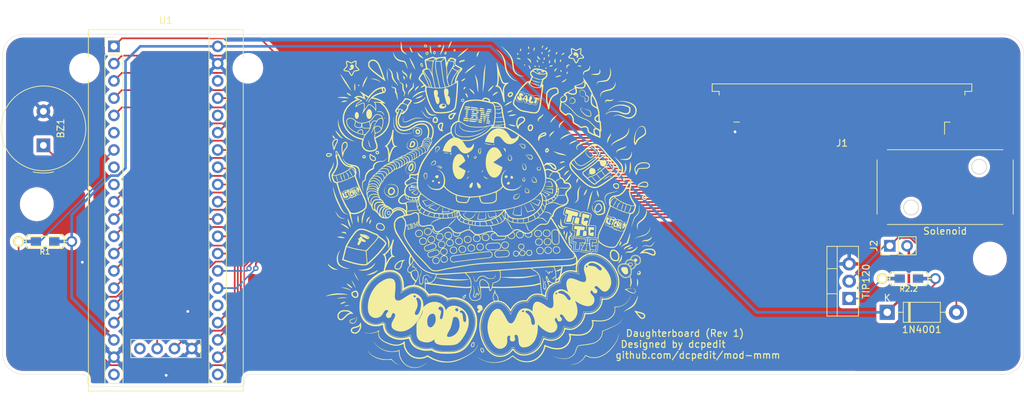
<source format=kicad_pcb>
(kicad_pcb (version 20211014) (generator pcbnew)
  (title_block (title "Model H") (date "2020-04-26") (rev "v0.1"))
  (layers (0 "F.Cu" signal) (31 "B.Cu" signal) (34 "B.Paste" user) (35 "F.Paste" user) (36 "B.SilkS" user "B.Silkscreen") (37 "F.SilkS" user "F.Silkscreen") (38 "B.Mask" user) (39 "F.Mask" user) (44 "Edge.Cuts" user))
  (net 0 "")
  (net 1 "GND")
  (net 2 "+5V")
  (net 3 "Net-(J2-Pad1)")
  (net 4 "BUZ")
  (net 5 "SCRL_LED")
  (net 6 "NUM_LED")
  (net 7 "COL9")
  (net 8 "COL8")
  (net 9 "RE3")
  (net 10 "COL7")
  (net 11 "RE2")
  (net 12 "RE1")
  (net 13 "COL6")
  (net 14 "COL5")
  (net 15 "ROW11")
  (net 16 "ROW10")
  (net 17 "ROW9")
  (net 18 "ROW8")
  (net 19 "ROW7")
  (net 20 "ROW5")
  (net 21 "ROW4")
  (net 22 "ROW3")
  (net 23 "ROW2")
  (net 24 "ROW1")
  (net 25 "COL4")
  (net 26 "COL3")
  (net 27 "ROW6")
  (net 28 "ROW0")
  (net 29 "COL2")
  (net 30 "COL1")
  (net 31 "COL0")
  (net 32 "CAPS_LED")
  (net 33 "SOL")
  (net 34 "Net-(TIP120-Pad1)")
  (net 43 "/3V3")
  (footprint "MountingHole:MountingHole_3.5mm" (layer "F.Cu") (at 76.77 51.99)
    (fp_text reference "REF**" hide)
    (fp_text value "MountingHole_3.5mm" hide)
    (pad "" np_thru_hole circle locked (at 0 0) (size 3.5 3.5) (drill 3.5) (layers *.Cu *.Mask))
  )
  (footprint "MountingHole:MountingHole_3.5mm" (layer "F.Cu") (at 100.77 51.99)
    (fp_text reference "REF**" hide)
    (fp_text value "MountingHole_3.5mm" hide)
    (pad "" np_thru_hole circle locked (at 0 0) (size 3.5 3.5) (drill 3.5) (layers *.Cu *.Mask))
  )
  (footprint "MountingHole:MountingHole_4mm" (layer "F.Cu") (at 69.77 71.99)
    (fp_text reference "REF**" hide)
    (fp_text value "MountingHole_4mm" hide)
    (pad "" np_thru_hole circle locked (at 0 0) (size 4 4) (drill 4) (layers *.Cu *.Mask))
  )
  (footprint "MountingHole:MountingHole_4mm" (layer "F.Cu") (at 209.77 79.99)
    (fp_text reference "REF**" hide)
    (fp_text value "MountingHole_4mm" hide)
    (pad "" np_thru_hole circle locked (at 0 0) (size 4 4) (drill 4) (layers *.Cu *.Mask))
  )
  (footprint "Connector_USB:USB_B_OST_USB-B1HSxx_Horizontal" (layer "F.Cu") (at 87.47 57.49 90)
    (fp_text reference "J1")
    (fp_text value "Conn_01x30")
  )
  (footprint "daughterboard:logo48" (layer "F.Cu") (at 136.398 72.009)
    (fp_text reference "G***" hide)
    (fp_text value "LOGO" hide)
  )
  (footprint "Diode_THT:D_DO-41_SOD81_P10.16mm_Horizontal" (layer "F.Cu") (at 194.691 87.884)
    (fp_text reference "1N4001" (at 5.08 2.54) (layer "F.SilkS"))
    (fp_text value "1N4001")
    (fp_text user "K" (at 0 -2.1) (layer "F.SilkS"))
    (pad "1" thru_hole rect (at 0 0) (size 2.2 2.2) (drill 1.1) (layers *.Cu *.Mask) (net 2 "+5V"))
    (pad "2" thru_hole oval (at 10.16 0) (size 2.2 2.2) (drill 1.1) (layers *.Cu *.Mask) (net 3 "Net-(J2-Pad1)"))
  )
  (footprint "Buzzer_Beeper:Buzzer_TDK_PS1240P02BT_D12.2mm_H6.5mm" (layer "F.Cu") (at 70.739 63.330785 90)
    (fp_text reference "BZ1" (at 2.5 2.54 90) (layer "F.SilkS"))
    (fp_text value "Buzzer")
    (pad "1" thru_hole rect (at 0 0 90) (size 2 2) (drill 1) (layers *.Cu *.Mask) (net 4 "BUZ"))
    (pad "2" thru_hole circle (at 5 0 90) (size 2 2) (drill 1) (layers *.Cu *.Mask) (net 1 "GND"))
  )
  (footprint "Package_TO_SOT_THT:TO-220-3_Vertical" (layer "F.Cu") (at 189.103 85.852 90)
    (fp_text reference "TIP120" (at 2.54 2.484 90) (layer "F.SilkS"))
    (fp_text value "TIP120")
    (pad "1" thru_hole rect (at 0 0 90) (size 1.905 2) (drill 1.1) (layers *.Cu *.Mask) (net 34 "Net-(TIP120-Pad1)"))
    (pad "2" thru_hole oval (at 2.54 0 90) (size 1.905 2) (drill 1.1) (layers *.Cu *.Mask) (net 3 "Net-(J2-Pad1)"))
    (pad "3" thru_hole oval (at 5.08 0 90) (size 1.905 2) (drill 1.1) (layers *.Cu *.Mask) (net 1 "GND"))
  )
  (footprint "Connector_FFC-FPC:TE_3-84952-0_1x30-1MP_P1.0mm_Horizontal" (layer "F.Cu") (at 188.05 59 180)
    (fp_text reference "J1" (at 0 -4) (layer "F.SilkS"))
    (fp_text value "Conn_01x30")
    (pad "1" smd rect (at -14.5 -1.8 180) (size 0.61 2) (layers "F.Cu" "F.Paste" "F.Mask") (net 1 "GND"))
    (pad "2" smd rect (at -13.5 -1.8 180) (size 0.61 2) (layers "F.Cu" "F.Paste" "F.Mask") (net 5 "SCRL_LED"))
    (pad "3" smd rect (at -12.5 -1.8 180) (size 0.61 2) (layers "F.Cu" "F.Paste" "F.Mask") (net 6 "NUM_LED"))
    (pad "4" smd rect (at -11.5 -1.8 180) (size 0.61 2) (layers "F.Cu" "F.Paste" "F.Mask") (net 7 "COL9"))
    (pad "5" smd rect (at -10.5 -1.8 180) (size 0.61 2) (layers "F.Cu" "F.Paste" "F.Mask") (net 8 "COL8"))
    (pad "6" smd rect (at -9.5 -1.8 180) (size 0.61 2) (layers "F.Cu" "F.Paste" "F.Mask") (net 9 "RE3"))
    (pad "7" smd rect (at -8.5 -1.8 180) (size 0.61 2) (layers "F.Cu" "F.Paste" "F.Mask") (net 10 "COL7"))
    (pad "8" smd rect (at -7.5 -1.8 180) (size 0.61 2) (layers "F.Cu" "F.Paste" "F.Mask") (net 11 "RE2"))
    (pad "9" smd rect (at -6.5 -1.8 180) (size 0.61 2) (layers "F.Cu" "F.Paste" "F.Mask") (net 12 "RE1"))
    (pad "10" smd rect (at -5.5 -1.8 180) (size 0.61 2) (layers "F.Cu" "F.Paste" "F.Mask") (net 13 "COL6"))
    (pad "11" smd rect (at -4.5 -1.8 180) (size 0.61 2) (layers "F.Cu" "F.Paste" "F.Mask") (net 14 "COL5"))
    (pad "12" smd rect (at -3.5 -1.8 180) (size 0.61 2) (layers "F.Cu" "F.Paste" "F.Mask") (net 15 "ROW11"))
    (pad "13" smd rect (at -2.5 -1.8 180) (size 0.61 2) (layers "F.Cu" "F.Paste" "F.Mask") (net 16 "ROW10"))
    (pad "14" smd rect (at -1.5 -1.8 180) (size 0.61 2) (layers "F.Cu" "F.Paste" "F.Mask") (net 17 "ROW9"))
    (pad "15" smd rect (at -0.5 -1.8 180) (size 0.61 2) (layers "F.Cu" "F.Paste" "F.Mask") (net 18 "ROW8"))
    (pad "16" smd rect (at 0.5 -1.8 180) (size 0.61 2) (layers "F.Cu" "F.Paste" "F.Mask") (net 19 "ROW7"))
    (pad "17" smd rect (at 1.5 -1.8 180) (size 0.61 2) (layers "F.Cu" "F.Paste" "F.Mask") (net 20 "ROW5"))
    (pad "18" smd rect (at 2.5 -1.8 180) (size 0.61 2) (layers "F.Cu" "F.Paste" "F.Mask") (net 21 "ROW4"))
    (pad "19" smd rect (at 3.5 -1.8 180) (size 0.61 2) (layers "F.Cu" "F.Paste" "F.Mask") (net 22 "ROW3"))
    (pad "20" smd rect (at 4.5 -1.8 180) (size 0.61 2) (layers "F.Cu" "F.Paste" "F.Mask") (net 23 "ROW2"))
    (pad "21" smd rect (at 5.5 -1.8 180) (size 0.61 2) (layers "F.Cu" "F.Paste" "F.Mask") (net 24 "ROW1"))
    (pad "22" smd rect (at 6.5 -1.8 180) (size 0.61 2) (layers "F.Cu" "F.Paste" "F.Mask") (net 25 "COL4"))
    (pad "23" smd rect (at 7.5 -1.8 180) (size 0.61 2) (layers "F.Cu" "F.Paste" "F.Mask") (net 26 "COL3"))
    (pad "24" smd rect (at 8.5 -1.8 180) (size 0.61 2) (layers "F.Cu" "F.Paste" "F.Mask") (net 27 "ROW6"))
    (pad "25" smd rect (at 9.5 -1.8 180) (size 0.61 2) (layers "F.Cu" "F.Paste" "F.Mask") (net 28 "ROW0"))
    (pad "26" smd rect (at 10.5 -1.8 180) (size 0.61 2) (layers "F.Cu" "F.Paste" "F.Mask") (net 29 "COL2"))
    (pad "27" smd rect (at 11.5 -1.8 180) (size 0.61 2) (layers "F.Cu" "F.Paste" "F.Mask") (net 30 "COL1"))
    (pad "28" smd rect (at 12.5 -1.8 180) (size 0.61 2) (layers "F.Cu" "F.Paste" "F.Mask") (net 31 "COL0"))
    (pad "29" smd rect (at 13.5 -1.8 180) (size 0.61 2) (layers "F.Cu" "F.Paste" "F.Mask") (net 32 "CAPS_LED"))
    (pad "30" smd rect (at 14.5 -1.8 180) (size 0.61 2) (layers "F.Cu" "F.Paste" "F.Mask") (net 1 "GND"))
    (pad "MP" smd rect (at 17.49 1 180) (size 2.68 3.6) (layers "F.Cu" "F.Paste" "F.Mask"))
    (pad "MP" smd rect (at -17.49 1 180) (size 2.68 3.6) (layers "F.Cu" "F.Paste" "F.Mask"))
  )
  (footprint "Connector_PinHeader_2.54mm:PinHeader_1x02_P2.54mm_Vertical" (layer "F.Cu") (at 195.067 78.105 90)
    (fp_text reference "J2" (at 0 -2.33 90) (layer "F.SilkS"))
    (fp_text value "Conn_01x02_Female")
    (pad "1" thru_hole rect (at 0 0 90) (size 1.7 1.7) (drill 1) (layers *.Cu *.Mask) (net 3 "Net-(J2-Pad1)"))
    (pad "2" thru_hole oval (at 0 2.54 90) (size 1.7 1.7) (drill 1) (layers *.Cu *.Mask) (net 2 "+5V"))
  )
  (footprint "Footprints:YAAJ_WeAct_BlackPill_SWD_2" (layer "F.Cu") (at 81.1 48.768)
    (fp_text reference "U1" (at 7.62 -3.81) (layer "F.SilkS"))
    (fp_text value "YAAJ_WeAct_BlackPill_Part_Like_SWD_Breakout" hide)
    (pad "1" thru_hole rect locked (at 0 0) (size 1.7 1.7) (drill 1) (layers *.Cu *.Mask) (net 32 "CAPS_LED"))
    (pad "2" thru_hole circle locked (at 0 2.54) (size 1.7 1.7) (drill 1) (layers *.Cu *.Mask) (net 31 "COL0"))
    (pad "3" thru_hole circle locked (at 0 5.08) (size 1.7 1.7) (drill 1) (layers *.Cu *.Mask) (net 30 "COL1"))
    (pad "4" thru_hole circle locked (at 0 7.62) (size 1.7 1.7) (drill 1) (layers *.Cu *.Mask) (net 29 "COL2"))
    (pad "5" thru_hole circle locked (at 0 10.16) (size 1.7 1.7) (drill 1) (layers *.Cu *.Mask) (net 27 "ROW6"))
    (pad "6" thru_hole circle locked (at 0 12.7) (size 1.7 1.7) (drill 1) (layers *.Cu *.Mask))
    (pad "7" thru_hole circle locked (at 0 15.24) (size 1.7 1.7) (drill 1) (layers *.Cu *.Mask) (net 33 "SOL"))
    (pad "8" thru_hole circle locked (at 0 17.78) (size 1.7 1.7) (drill 1) (layers *.Cu *.Mask))
    (pad "9" thru_hole circle locked (at 0 20.32) (size 1.7 1.7) (drill 1) (layers *.Cu *.Mask))
    (pad "10" thru_hole circle locked (at 0 22.86) (size 1.7 1.7) (drill 1) (layers *.Cu *.Mask) (net 26 "COL3"))
    (pad "11" thru_hole circle locked (at 0 25.4) (size 1.7 1.7) (drill 1) (layers *.Cu *.Mask) (net 24 "ROW1"))
    (pad "12" thru_hole circle locked (at 0 27.94) (size 1.7 1.7) (drill 1) (layers *.Cu *.Mask) (net 22 "ROW3"))
    (pad "13" thru_hole circle locked (at 0 30.48) (size 1.7 1.7) (drill 1) (layers *.Cu *.Mask) (net 20 "ROW5"))
    (pad "14" thru_hole circle locked (at 0 33.02) (size 1.7 1.7) (drill 1) (layers *.Cu *.Mask) (net 18 "ROW8"))
    (pad "15" thru_hole circle locked (at 0 35.56) (size 1.7 1.7) (drill 1) (layers *.Cu *.Mask) (net 16 "ROW10"))
    (pad "16" thru_hole circle locked (at 0 38.1) (size 1.7 1.7) (drill 1) (layers *.Cu *.Mask) (net 15 "ROW11"))
    (pad "17" thru_hole circle locked (at 0 40.64) (size 1.7 1.7) (drill 1) (layers *.Cu *.Mask) (net 13 "COL6"))
    (pad "18" thru_hole circle locked (at 0 43.18) (size 1.7 1.7) (drill 1) (layers *.Cu *.Mask) (net 2 "+5V"))
    (pad "19" thru_hole circle locked (at 0 45.72) (size 1.7 1.7) (drill 1) (layers *.Cu *.Mask) (net 1 "GND"))
    (pad "20" thru_hole circle locked (at 0 48.26) (size 1.7 1.7) (drill 1) (layers *.Cu *.Mask))
    (pad "21" thru_hole circle locked (at 15.24 48.26) (size 1.7 1.7) (drill 1) (layers *.Cu *.Mask))
    (pad "22" thru_hole circle locked (at 15.24 45.72) (size 1.7 1.7) (drill 1) (layers *.Cu *.Mask) (net 7 "COL9"))
    (pad "23" thru_hole circle locked (at 15.24 43.18) (size 1.7 1.7) (drill 1) (layers *.Cu *.Mask) (net 8 "COL8"))
    (pad "24" thru_hole circle locked (at 15.24 40.64) (size 1.7 1.7) (drill 1) (layers *.Cu *.Mask) (net 10 "COL7"))
    (pad "25" thru_hole circle locked (at 15.24 38.1) (size 1.7 1.7) (drill 1) (layers *.Cu *.Mask))
    (pad "26" thru_hole circle locked (at 15.24 35.56) (size 1.7 1.7) (drill 1) (layers *.Cu *.Mask) (net 5 "SCRL_LED"))
    (pad "27" thru_hole circle locked (at 15.24 33.02) (size 1.7 1.7) (drill 1) (layers *.Cu *.Mask) (net 6 "NUM_LED"))
    (pad "28" thru_hole circle locked (at 15.24 30.48) (size 1.7 1.7) (drill 1) (layers *.Cu *.Mask) (net 12 "RE1"))
    (pad "29" thru_hole circle locked (at 15.24 27.94) (size 1.7 1.7) (drill 1) (layers *.Cu *.Mask) (net 14 "COL5"))
    (pad "30" thru_hole circle locked (at 15.24 25.4) (size 1.7 1.7) (drill 1) (layers *.Cu *.Mask) (net 4 "BUZ"))
    (pad "31" thru_hole circle locked (at 15.24 22.86) (size 1.7 1.7) (drill 1) (layers *.Cu *.Mask) (net 17 "ROW9"))
    (pad "32" thru_hole circle locked (at 15.24 20.32) (size 1.7 1.7) (drill 1) (layers *.Cu *.Mask) (net 19 "ROW7"))
    (pad "33" thru_hole circle locked (at 15.24 17.78) (size 1.7 1.7) (drill 1) (layers *.Cu *.Mask) (net 21 "ROW4"))
    (pad "34" thru_hole circle locked (at 15.24 15.24) (size 1.7 1.7) (drill 1) (layers *.Cu *.Mask) (net 23 "ROW2"))
    (pad "35" thru_hole circle locked (at 15.24 12.7) (size 1.7 1.7) (drill 1) (layers *.Cu *.Mask) (net 25 "COL4"))
    (pad "36" thru_hole circle locked (at 15.24 10.16) (size 1.7 1.7) (drill 1) (layers *.Cu *.Mask))
    (pad "37" thru_hole circle locked (at 15.24 7.62) (size 1.7 1.7) (drill 1) (layers *.Cu *.Mask) (net 28 "ROW0"))
    (pad "38" thru_hole circle locked (at 15.24 5.08) (size 1.7 1.7) (drill 1) (layers *.Cu *.Mask))
    (pad "39" thru_hole circle locked (at 15.24 2.54) (size 1.7 1.7) (drill 1) (layers *.Cu *.Mask) (net 1 "GND"))
    (pad "40" thru_hole circle locked (at 15.24 0) (size 1.7 1.7) (drill 1) (layers *.Cu *.Mask) (net 2 "+5V"))
    (pad "41" thru_hole circle locked (at 11.432 44.449) (size 1.7 1.7) (drill 1) (layers *.Cu *.Mask) (net 1 "GND"))
    (pad "42" thru_hole circle locked (at 8.892 44.449) (size 1.7 1.7) (drill 1) (layers *.Cu *.Mask) (net 9 "RE3"))
    (pad "43" thru_hole circle locked (at 6.352 44.449) (size 1.7 1.7) (drill 1) (layers *.Cu *.Mask) (net 11 "RE2"))
    (pad "44" thru_hole circle locked (at 3.812 44.449) (size 1.7 1.7) (drill 1) (layers *.Cu *.Mask) (net 43 "/3V3"))
  )
  (footprint "Keebio-Parts:Resistor-Hybrid" (layer "F.Cu") (at 70.993 77.47)
    (fp_text reference "R1" (at -0.0254 1.5) (layer "F.SilkS") (effects (font (size 0.8 0.8))))
    (fp_text value "R_22K" hide)
    (pad "1" smd rect locked (at 2.5 0) (size 2.9 0.5) (layers "B.Cu") (net 2 "+5V"))
    (pad "1" smd rect locked (at 1.35 0) (size 1.5 1.2) (layers "B.Cu" "B.Paste" "B.Mask") (net 2 "+5V"))
    (pad "1" smd rect locked (at 1.35 0) (size 1.5 1.2) (layers "F.Cu" "F.Paste" "F.Mask") (net 2 "+5V"))
    (pad "1" thru_hole circle locked (at 3.9 0) (size 1.6 1.6) (drill 1) (layers *.Cu *.Mask) (net 2 "+5V"))
    (pad "1" smd rect locked (at 2.5 0) (size 2.9 0.5) (layers "F.Cu") (net 2 "+5V"))
    (pad "2" smd rect locked (at -1.35 0) (size 1.5 1.2) (layers "B.Cu" "B.Paste" "B.Mask") (net 33 "SOL"))
    (pad "2" smd rect locked (at -2.5 0) (size 2.9 0.5) (layers "F.Cu") (net 33 "SOL"))
    (pad "2" thru_hole circle locked (at -3.9 0) (size 1.6 1.6) (drill 1) (layers *.Cu *.Mask "F.SilkS") (net 33 "SOL"))
    (pad "2" smd rect locked (at -1.35 0) (size 1.5 1.2) (layers "F.Cu" "F.Paste" "F.Mask") (net 33 "SOL"))
    (pad "2" smd rect locked (at -2.5 0) (size 2.9 0.5) (layers "B.Cu") (net 33 "SOL"))
  )
  (footprint "Keebio-Parts:Resistor-Hybrid" (layer "F.Cu") (at 197.866 82.931)
    (fp_text reference "R2.2" (at -0.0254 1.5) (layer "F.SilkS") (effects (font (size 0.8 0.8))))
    (fp_text value "R_2.2" hide)
    (pad "1" smd rect locked (at 2.5 0) (size 2.9 0.5) (layers "B.Cu") (net 33 "SOL"))
    (pad "1" thru_hole circle locked (at 3.9 0) (size 1.6 1.6) (drill 1) (layers *.Cu *.Mask) (net 33 "SOL"))
    (pad "1" smd rect locked (at 1.35 0) (size 1.5 1.2) (layers "B.Cu" "B.Paste" "B.Mask") (net 33 "SOL"))
    (pad "1" smd rect locked (at 1.35 0) (size 1.5 1.2) (layers "F.Cu" "F.Paste" "F.Mask") (net 33 "SOL"))
    (pad "1" smd rect locked (at 2.5 0) (size 2.9 0.5) (layers "F.Cu") (net 33 "SOL"))
    (pad "2" smd rect locked (at -2.5 0) (size 2.9 0.5) (layers "B.Cu") (net 34 "Net-(TIP120-Pad1)"))
    (pad "2" smd rect locked (at -1.35 0) (size 1.5 1.2) (layers "F.Cu" "F.Paste" "F.Mask") (net 34 "Net-(TIP120-Pad1)"))
    (pad "2" smd rect locked (at -1.35 0) (size 1.5 1.2) (layers "B.Cu" "B.Paste" "B.Mask") (net 34 "Net-(TIP120-Pad1)"))
    (pad "2" thru_hole circle locked (at -3.9 0) (size 1.6 1.6) (drill 1) (layers *.Cu *.Mask "F.SilkS") (net 34 "Net-(TIP120-Pad1)"))
    (pad "2" smd rect locked (at -2.5 0) (size 2.9 0.5) (layers "F.Cu") (net 34 "Net-(TIP120-Pad1)"))
  )
  (footprint "redherring:solenoid" (layer "F.Cu") (at 203.2 69.469)
    (fp_text reference "Solenoid" (at 0 6.477 unlocked) (layer "F.SilkS"))
    (fp_text value "solenoid")
    (fp_circle (center 5 -3) (end 6.1 -3) (layer "Edge.Cuts") (width 0.12) (fill none))
    (fp_circle (center -5 3) (end -3.9 3) (layer "Edge.Cuts") (width 0.12) (fill none))
  )
  (gr_line (start 64.77 93.99) (end 64.77 49.99) (layer "Edge.Cuts") (width 0.05))
  (gr_line (start 76.454 96.99) (end 67.77 96.99) (layer "Edge.Cuts") (width 0.05))
  (gr_line (start 67.77 46.99) (end 211.77 46.99) (layer "Edge.Cuts") (width 0.05))
  (gr_arc (start 64.77 49.99) (mid 65.64868 47.86868) (end 67.77 46.99) (layer "Edge.Cuts") (width 0.05))
  (gr_arc (start 100.33 98.044) (mid 100.106815 98.582815) (end 99.568 98.806) (layer "Edge.Cuts") (width 0.05))
  (gr_line (start 100.33 98.044) (end 100.33 97.752) (layer "Edge.Cuts") (width 0.05))
  (gr_line (start 77.978 98.806) (end 99.568 98.806) (layer "Edge.Cuts") (width 0.05))
  (gr_line (start 211.77 96.99) (end 101.092 96.99) (layer "Edge.Cuts") (width 0.05))
  (gr_arc (start 100.33 97.752) (mid 100.553185 97.213185) (end 101.092 96.99) (layer "Edge.Cuts") (width 0.05))
  (gr_arc (start 211.77 46.99) (mid 213.89132 47.86868) (end 214.77 49.99) (layer "Edge.Cuts") (width 0.05))
  (gr_arc (start 214.77 93.99) (mid 213.89132 96.11132) (end 211.77 96.99) (layer "Edge.Cuts") (width 0.05))
  (gr_arc (start 67.77 96.99) (mid 65.64868 96.11132) (end 64.77 93.99) (layer "Edge.Cuts") (width 0.05))
  (gr_line (start 214.77 49.99) (end 214.77 93.99) (layer "Edge.Cuts") (width 0.05))
  (gr_arc (start 77.978 98.806) (mid 77.439185 98.582815) (end 77.216 98.044) (layer "Edge.Cuts") (width 0.05))
  (gr_arc (start 76.454 96.99) (mid 76.992815 97.213185) (end 77.216 97.752) (layer "Edge.Cuts") (width 0.05))
  (gr_line (start 77.216 97.752) (end 77.216 98.044) (layer "Edge.Cuts") (width 0.05))
  (gr_text "  Daughterboard (Rev 1)\n Designed by dcpedit\ngithub.com/dcpedit/mod-mmm" (at 154.686 92.583) (layer "F.SilkS") (effects (font (size 1 1)) (justify left)))
  (via (at 88.773 97.155) (size 0.8) (drill 0.4) (layers "F.Cu" "B.Cu") (net 1))
  (via (at 172.339 61.341) (size 0.8) (drill 0.4) (layers "F.Cu" "B.Cu") (net 1))
  (via (at 91.948 87.757) (size 0.8) (drill 0.4) (layers "F.Cu" "B.Cu") (net 1))
  (via (at 76.454 80.518) (size 0.8) (drill 0.4) (layers "F.Cu" "B.Cu") (net 1))
  (segment (start 194.691 87.884) (end 197.866 84.709) (width 0.381) (layer "F.Cu") (net 2))
  (segment (start 197.866 84.709) (end 197.866 78.364) (width 0.381) (layer "F.Cu") (net 2))
  (segment (start 197.866 78.364) (end 197.607 78.105) (width 0.381) (layer "F.Cu") (net 2))
  (segment (start 74.893 85.741) (end 74.893 77.47) (width 0.381) (layer "B.Cu") (net 2))
  (segment (start 82.804 66.675) (end 81.690989 67.788011) (width 0.381) (layer "B.Cu") (net 2))
  (segment (start 82.804 50.927) (end 82.804 66.675) (width 0.381) (layer "B.Cu") (net 2))
  (segment (start 74.893 73.541359) (end 74.893 77.47) (width 0.381) (layer "B.Cu") (net 2))
  (segment (start 175.514 87.884) (end 194.691 87.884) (width 0.381) (layer "B.Cu") (net 2))
  (segment (start 81.1 91.948) (end 74.893 85.741) (width 0.381) (layer "B.Cu") (net 2))
  (segment (start 80.646348 67.788011) (end 74.893 73.541359) (width 0.381) (layer "B.Cu") (net 2))
  (segment (start 81.690989 67.788011) (end 80.646348 67.788011) (width 0.381) (layer "B.Cu") (net 2))
  (segment (start 84.963 48.768) (end 82.804 50.927) (width 0.381) (layer "B.Cu") (net 2))
  (segment (start 96.34 48.768) (end 84.963 48.768) (width 0.381) (layer "B.Cu") (net 2))
  (segment (start 136.398 48.768) (end 175.514 87.884) (width 0.381) (layer "B.Cu") (net 2))
  (segment (start 96.34 48.768) (end 136.398 48.768) (width 0.381) (layer "B.Cu") (net 2))
  (segment (start 204.851 83.68799) (end 198.093499 76.930489) (width 0.25) (layer "F.Cu") (net 3))
  (segment (start 198.093499 76.930489) (end 196.241511 76.930489) (width 0.25) (layer "F.Cu") (net 3))
  (segment (start 204.851 87.884) (end 204.851 83.68799) (width 0.25) (layer "F.Cu") (net 3))
  (segment (start 196.241511 76.930489) (end 195.067 78.105) (width 0.25) (layer "F.Cu") (net 3))
  (segment (start 194.31 78.105) (end 195.067 78.105) (width 0.25) (layer "B.Cu") (net 3))
  (segment (start 189.103 83.312) (end 194.31 78.105) (width 0.25) (layer "B.Cu") (net 3))
  (segment (start 77.47 70.061785) (end 70.739 63.330785) (width 0.25) (layer "F.Cu") (net 4))
  (segment (start 96.34 74.168) (end 92.92101 74.168) (width 0.25) (layer "F.Cu") (net 4))
  (segment (start 92.92101 74.168) (end 81.49101 85.598) (width 0.25) (layer "F.Cu") (net 4))
  (segment (start 79.883 85.598) (end 77.47 83.185) (width 0.25) (layer "F.Cu") (net 4))
  (segment (start 77.47 83.185) (end 77.47 70.061785) (width 0.25) (layer "F.Cu") (net 4))
  (segment (start 81.49101 85.598) (end 79.883 85.598) (width 0.25) (layer "F.Cu") (net 4))
  (segment (start 201.55 61.754022) (end 201.55 60.8) (width 0.25) (layer "F.Cu") (net 5))
  (segment (start 189.386503 73.917519) (end 201.55 61.754022) (width 0.25) (layer "F.Cu") (net 5))
  (segment (start 101.943398 80.685087) (end 108.710966 73.917519) (width 0.25) (layer "F.Cu") (net 5))
  (segment (start 101.943398 81.404032) (end 101.943398 80.685087) (width 0.25) (layer "F.Cu") (net 5))
  (segment (start 108.710966 73.917519) (end 189.386503 73.917519) (width 0.25) (layer "F.Cu") (net 5))
  (via (at 101.943398 81.404032) (size 0.8) (drill 0.4) (layers "F.Cu" "B.Cu") (net 5))
  (segment (start 96.34 84.328) (end 99.078261 84.328) (width 0.25) (layer "B.Cu") (net 5))
  (segment (start 101.943398 81.462863) (end 101.943398 81.404032) (width 0.25) (layer "B.Cu") (net 5))
  (segment (start 99.078261 84.328) (end 101.943398 81.462863) (width 0.25) (layer "B.Cu") (net 5))
  (segment (start 188.836023 73.467999) (end 200.55 61.754022) (width 0.25) (layer "F.Cu") (net 6))
  (segment (start 100.944446 81.437201) (end 100.944446 81.048321) (width 0.25) (layer "F.Cu") (net 6))
  (segment (start 108.524768 73.467999) (end 188.836023 73.467999) (width 0.25) (layer "F.Cu") (net 6))
  (segment (start 200.55 61.754022) (end 200.55 60.8) (width 0.25) (layer "F.Cu") (net 6))
  (segment (start 100.944446 81.048321) (end 108.524768 73.467999) (width 0.25) (layer "F.Cu") (net 6))
  (via (at 100.944446 81.437201) (size 0.8) (drill 0.4) (layers "F.Cu" "B.Cu") (net 6))
  (segment (start 100.593647 81.788) (end 100.944446 81.437201) (width 0.25) (layer "B.Cu") (net 6))
  (segment (start 96.34 81.788) (end 100.593647 81.788) (width 0.25) (layer "B.Cu") (net 6))
  (segment (start 100.189746 81.167303) (end 108.33857 73.018479) (width 0.25) (layer "F.Cu") (net 7))
  (segment (start 188.285543 73.018479) (end 199.55 61.754022) (width 0.25) (layer "F.Cu") (net 7))
  (segment (start 108.33857 73.018479) (end 188.285543 73.018479) (width 0.25) (layer "F.Cu") (net 7))
  (segment (start 100.189746 90.638254) (end 100.189746 81.167303) (width 0.25) (layer "F.Cu") (net 7))
  (segment (start 199.55 61.754022) (end 199.55 60.8) (width 0.25) (layer "F.Cu") (net 7))
  (segment (start 96.34 94.488) (end 100.189746 90.638254) (width 0.25) (layer "F.Cu") (net 7))
  (segment (start 96.34 91.948) (end 96.34 91.747717) (width 0.25) (layer "F.Cu") (net 8))
  (segment (start 99.740226 88.347491) (end 99.740226 80.981105) (width 0.25) (layer "F.Cu") (net 8))
  (segment (start 187.735063 72.568959) (end 198.55 61.754022) (width 0.25) (layer "F.Cu") (net 8))
  (segment (start 96.34 91.747717) (end 99.740226 88.347491) (width 0.25) (layer "F.Cu") (net 8))
  (segment (start 108.152372 72.568959) (end 187.735063 72.568959) (width 0.25) (layer "F.Cu") (net 8))
  (segment (start 198.55 61.754022) (end 198.55 60.8) (width 0.25) (layer "F.Cu") (net 8))
  (segment (start 99.740226 80.981105) (end 108.152372 72.568959) (width 0.25) (layer "F.Cu") (net 8))
  (segment (start 197.55 61.754022) (end 197.55 60.8) (width 0.25) (layer "F.Cu") (net 9))
  (segment (start 99.290706 80.794907) (end 107.966174 72.119439) (width 0.25) (layer "F.Cu") (net 9))
  (segment (start 99.290706 88.161294) (end 99.290706 80.794907) (width 0.25) (layer "F.Cu") (net 9))
  (segment (start 187.184583 72.119439) (end 197.55 61.754022) (width 0.25) (layer "F.Cu") (net 9))
  (segment (start 89.992 93.217) (end 92.626489 90.582511) (width 0.25) (layer "F.Cu") (net 9))
  (segment (start 92.626489 90.582511) (end 96.869489 90.582511) (width 0.25) (layer "F.Cu") (net 9))
  (segment (start 96.869489 90.582511) (end 99.290706 88.161294) (width 0.25) (layer "F.Cu") (net 9))
  (segment (start 107.966174 72.119439) (end 187.184583 72.119439) (width 0.25) (layer "F.Cu") (net 9))
  (segment (start 196.55 61.754022) (end 196.55 60.8) (width 0.25) (layer "F.Cu") (net 10))
  (segment (start 98.841186 80.608709) (end 107.779976 71.669919) (width 0.25) (layer "F.Cu") (net 10))
  (segment (start 186.634103 71.669919) (end 196.55 61.754022) (width 0.25) (layer "F.Cu") (net 10))
  (segment (start 107.779976 71.669919) (end 186.634103 71.669919) (width 0.25) (layer "F.Cu") (net 10))
  (segment (start 96.34 89.408) (end 98.841186 86.906814) (width 0.25) (layer "F.Cu") (net 10))
  (segment (start 98.841186 86.906814) (end 98.841186 80.608709) (width 0.25) (layer "F.Cu") (net 10))
  (segment (start 186.083623 71.220399) (end 195.55 61.754022) (width 0.25) (layer "F.Cu") (net 11))
  (segment (start 107.593778 71.220399) (end 186.083623 71.220399) (width 0.25) (layer "F.Cu") (net 11))
  (segment (start 195.55 61.754022) (end 195.55 60.8) (width 0.25) (layer "F.Cu") (net 11))
  (segment (start 98.391666 80.422511) (end 107.593778 71.220399) (width 0.25) (layer "F.Cu") (net 11))
  (segment (start 96.044479 80.422511) (end 98.391666 80.422511) (width 0.25) (layer "F.Cu") (net 11))
  (segment (start 87.452 93.217) (end 87.452 89.01499) (width 0.25) (layer "F.Cu") (net 11))
  (segment (start 87.452 89.01499) (end 96.044479 80.422511) (width 0.25) (layer "F.Cu") (net 11))
  (segment (start 185.533143 70.770879) (end 194.55 61.754022) (width 0.25) (layer "F.Cu") (net 12))
  (segment (start 96.34 79.248) (end 98.93046 79.248) (width 0.25) (layer "F.Cu") (net 12))
  (segment (start 107.407581 70.770879) (end 185.533143 70.770879) (width 0.25) (layer "F.Cu") (net 12))
  (segment (start 194.55 61.754022) (end 194.55 60.8) (width 0.25) (layer "F.Cu") (net 12))
  (segment (start 98.93046 79.248) (end 107.407581 70.770879) (width 0.25) (layer "F.Cu") (net 12))
  (segment (start 92.434511 78.073489) (end 99.469254 78.073489) (width 0.25) (layer "F.Cu") (net 13))
  (segment (start 107.221384 70.321359) (end 184.982663 70.321359) (width 0.25) (layer "F.Cu") (net 13))
  (segment (start 193.55 61.754022) (end 193.55 60.8) (width 0.25) (layer "F.Cu") (net 13))
  (segment (start 184.982663 70.321359) (end 193.55 61.754022) (width 0.25) (layer "F.Cu") (net 13))
  (segment (start 81.1 89.408) (end 92.434511 78.073489) (width 0.25) (layer "F.Cu") (net 13))
  (segment (start 99.469254 78.073489) (end 107.221384 70.321359) (width 0.25) (layer "F.Cu") (net 13))
  (segment (start 96.34 76.708) (end 100.199025 76.708) (width 0.25) (layer "F.Cu") (net 14))
  (segment (start 192.55 61.754022) (end 192.55 60.8) (width 0.25) (layer "F.Cu") (net 14))
  (segment (start 184.432183 69.871839) (end 192.55 61.754022) (width 0.25) (layer "F.Cu") (net 14))
  (segment (start 100.199025 76.708) (end 107.035186 69.871839) (width 0.25) (layer "F.Cu") (net 14))
  (segment (start 107.035186 69.871839) (end 184.432183 69.871839) (width 0.25) (layer "F.Cu") (net 14))
  (segment (start 92.625489 75.342511) (end 97.059511 75.342511) (width 0.25) (layer "F.Cu") (net 15))
  (segment (start 183.881703 69.422319) (end 191.55 61.754022) (width 0.25) (layer "F.Cu") (net 15))
  (segment (start 100.928797 75.342511) (end 106.848989 69.422319) (width 0.25) (layer "F.Cu") (net 15))
  (segment (start 106.848989 69.422319) (end 183.881703 69.422319) (width 0.25) (layer "F.Cu") (net 15))
  (segment (start 191.55 61.754022) (end 191.55 60.8) (width 0.25) (layer "F.Cu") (net 15))
  (segment (start 97.059511 75.342511) (end 100.928797 75.342511) (width 0.25) (layer "F.Cu") (net 15))
  (segment (start 81.1 86.868) (end 92.625489 75.342511) (width 0.25) (layer "F.Cu") (net 15))
  (segment (start 183.331223 68.972799) (end 190.55 61.754022) (width 0.25) (layer "F.Cu") (net 16))
  (segment (start 81.1 84.328) (end 92.625489 72.802511) (width 0.25) (layer "F.Cu") (net 16))
  (segment (start 106.662791 68.972799) (end 183.331223 68.972799) (width 0.25) (layer "F.Cu") (net 16))
  (segment (start 92.625489 72.802511) (end 102.833079 72.802511) (width 0.25) (layer "F.Cu") (net 16))
  (segment (start 102.833079 72.802511) (end 106.662791 68.972799) (width 0.25) (layer "F.Cu") (net 16))
  (segment (start 190.55 61.754022) (end 190.55 60.8) (width 0.25) (layer "F.Cu") (net 16))
  (segment (start 103.371872 71.628) (end 106.476593 68.523279) (width 0.25) (layer "F.Cu") (net 17))
  (segment (start 96.34 71.628) (end 103.371872 71.628) (width 0.25) (layer "F.Cu") (net 17))
  (segment (start 182.780743 68.523279) (end 189.55 61.754022) (width 0.25) (layer "F.Cu") (net 17))
  (segment (start 189.55 61.754022) (end 189.55 60.8) (width 0.25) (layer "F.Cu") (net 17))
  (segment (start 106.476593 68.523279) (end 182.780743 68.523279) (width 0.25) (layer "F.Cu") (net 17))
  (segment (start 188.55 61.754022) (end 188.55 60.8) (width 0.25) (layer "F.Cu") (net 18))
  (segment (start 182.230263 68.073759) (end 188.55 61.754022) (width 0.25) (layer "F.Cu") (net 18))
  (segment (start 106.290396 68.073759) (end 182.230263 68.073759) (width 0.25) (layer "F.Cu") (net 18))
  (segment (start 92.625489 70.262511) (end 104.101644 70.262511) (width 0.25) (layer "F.Cu") (net 18))
  (segment (start 81.1 81.788) (end 92.625489 70.262511) (width 0.25) (layer "F.Cu") (net 18))
  (segment (start 104.101644 70.262511) (end 106.290396 68.073759) (width 0.25) (layer "F.Cu") (net 18))
  (segment (start 181.679783 67.624239) (end 187.55 61.754022) (width 0.25) (layer "F.Cu") (net 19))
  (segment (start 187.55 61.754022) (end 187.55 60.8) (width 0.25) (layer "F.Cu") (net 19))
  (segment (start 104.640437 69.088) (end 106.104198 67.624239) (width 0.25) (layer "F.Cu") (net 19))
  (segment (start 96.34 69.088) (end 104.640437 69.088) (width 0.25) (layer "F.Cu") (net 19))
  (segment (start 106.104198 67.624239) (end 181.679783 67.624239) (width 0.25) (layer "F.Cu") (net 19))
  (segment (start 92.53 67.818) (end 105.274719 67.818) (width 0.25) (layer "F.Cu") (net 20))
  (segment (start 81.1 79.248) (end 92.53 67.818) (width 0.25) (layer "F.Cu") (net 20))
  (segment (start 186.55 61.754022) (end 186.55 60.8) (width 0.25) (layer "F.Cu") (net 20))
  (segment (start 105.918 67.174719) (end 181.129303 67.174719) (width 0.25) (layer "F.Cu") (net 20))
  (segment (start 105.274719 67.818) (end 105.918 67.174719) (width 0.25) (layer "F.Cu") (net 20))
  (segment (start 181.129303 67.174719) (end 186.55 61.754022) (width 0.25) (layer "F.Cu") (net 20))
  (segment (start 96.34 66.548) (end 96.517199 66.725199) (width 0.25) (layer "F.Cu") (net 21))
  (segment (start 185.55 61.754022) (end 185.55 60.8) (width 0.25) (layer "F.Cu") (net 21))
  (segment (start 96.517199 66.725199) (end 180.578823 66.725199) (width 0.25) (layer "F.Cu") (net 21))
  (segment (start 180.578823 66.725199) (end 185.55 61.754022) (width 0.25) (layer "F.Cu") (net 21))
  (segment (start 92.625489 65.182511) (end 104.674489 65.182511) (width 0.25) (layer "F.Cu") (net 22))
  (segment (start 81.1 76.708) (end 92.625489 65.182511) (width 0.25) (layer "F.Cu") (net 22))
  (segment (start 105.767658 66.275679) (end 180.028343 66.275679) (width 0.25) (layer "F.Cu") (net 22))
  (segment (start 184.55 61.754022) (end 184.55 60.8) (width 0.25) (layer "F.Cu") (net 22))
  (segment (start 104.674489 65.182511) (end 105.767658 66.275679) (width 0.25) (layer "F.Cu") (net 22))
  (segment (start 180.028343 66.275679) (end 184.55 61.754022) (width 0.25) (layer "F.Cu") (net 22))
  (segment (start 105.953855 65.826159) (end 179.409558 65.82616) (width 0.25) (layer "F.Cu") (net 23))
  (segment (start 96.34 64.008) (end 104.135696 64.008) (width 0.25) (layer "F.Cu") (net 23))
  (segment (start 183.55 61.685718) (end 183.55 60.8) (width 0.25) (layer "F.Cu") (net 23))
  (segment (start 179.409558 65.82616) (end 183.55 61.685718) (width 0.25) (layer "F.Cu") (net 23))
  (segment (start 104.135696 64.008) (end 105.953855 65.826159) (width 0.25) (layer "F.Cu") (net 23))
  (segment (start 106.140055 65.37664) (end 178.927382 65.37664) (width 0.25) (layer "F.Cu") (net 24))
  (segment (start 92.625489 62.642511) (end 103.405923 62.642511) (width 0.25) (layer "F.Cu") (net 24))
  (segment (start 81.1 74.168) (end 92.625489 62.642511) (width 0.25) (layer "F.Cu") (net 24))
  (segment (start 178.927382 65.37664) (end 182.55 61.754022) (width 0.25) (layer "F.Cu") (net 24))
  (segment (start 103.405923 62.642511) (end 106.140055 65.37664) (width 0.25) (layer "F.Cu") (net 24))
  (segment (start 182.55 61.754022) (end 182.55 60.8) (width 0.25) (layer "F.Cu") (net 24))
  (segment (start 106.326252 64.92712) (end 178.376902 64.92712) (width 0.25) (layer "F.Cu") (net 25))
  (segment (start 178.376902 64.92712) (end 181.55 61.754022) (width 0.25) (layer "F.Cu") (net 25))
  (segment (start 181.55 61.754022) (end 181.55 60.8) (width 0.25) (layer "F.Cu") (net 25))
  (segment (start 96.34 61.468) (end 97.255969 60.552031) (width 0.25) (layer "F.Cu") (net 25))
  (segment (start 101.95116 60.552031) (end 106.326252 64.92712) (width 0.25) (layer "F.Cu") (net 25))
  (segment (start 97.255969 60.552031) (end 101.95116 60.552031) (width 0.25) (layer "F.Cu") (net 25))
  (segment (start 92.625489 60.102511) (end 102.137358 60.102511) (width 0.25) (layer "F.Cu") (net 26))
  (segment (start 102.137358 60.102511) (end 106.512449 64.4776) (width 0.25) (layer "F.Cu") (net 26))
  (segment (start 81.1 71.628) (end 92.625489 60.102511) (width 0.25) (layer "F.Cu") (net 26))
  (segment (start 180.55 61.754022) (end 180.55 60.8) (width 0.25) (layer "F.Cu") (net 26))
  (segment (start 177.826422 64.4776) (end 180.55 61.754022) (width 0.25) (layer "F.Cu") (net 26))
  (segment (start 106.512449 64.4776) (end 177.826422 64.4776) (width 0.25) (layer "F.Cu") (net 26))
  (segment (start 177.275942 64.02808) (end 179.55 61.754022) (width 0.25) (layer "F.Cu") (net 27))
  (segment (start 82.274511 57.753489) (end 100.424053 57.753489) (width 0.25) (layer "F.Cu") (net 27))
  (segment (start 81.1 58.928) (end 82.274511 57.753489) (width 0.25) (layer "F.Cu") (net 27))
  (segment (start 106.698646 64.02808) (end 177.275942 64.02808) (width 0.25) (layer "F.Cu") (net 27))
  (segment (start 100.424053 57.753489) (end 106.698646 64.02808) (width 0.25) (layer "F.Cu") (net 27))
  (segment (start 179.55 61.754022) (end 179.55 60.8) (width 0.25) (layer "F.Cu") (net 27))
  (segment (start 99.694282 56.388) (end 106.884843 63.57856) (width 0.25) (layer "F.Cu") (net 28))
  (segment (start 106.884843 63.57856) (end 176.725462 63.57856) (width 0.25) (layer "F.Cu") (net 28))
  (segment (start 178.55 61.754022) (end 178.55 60.8) (width 0.25) (layer "F.Cu") (net 28))
  (segment (start 176.725462 63.57856) (end 178.55 61.754022) (width 0.25) (layer "F.Cu") (net 28))
  (segment (start 96.34 56.388) (end 99.694282 56.388) (width 0.25) (layer "F.Cu") (net 28))
  (segment (start 81.1 56.388) (end 82.274511 55.213489) (width 0.25) (layer "F.Cu") (net 29))
  (segment (start 107.07104 63.12904) (end 176.174982 63.12904) (width 0.25) (layer "F.Cu") (net 29))
  (segment (start 177.55 61.754022) (end 177.55 60.8) (width 0.25) (layer "F.Cu") (net 29))
  (segment (start 176.174982 63.12904) (end 177.55 61.754022) (width 0.25) (layer "F.Cu") (net 29))
  (segment (start 99.155489 55.213489) (end 107.07104 63.12904) (width 0.25) (layer "F.Cu") (net 29))
  (segment (start 82.274511 55.213489) (end 99.155489 55.213489) (width 0.25) (layer "F.Cu") (net 29))
  (segment (start 175.624502 62.67952) (end 107.257238 62.67952) (width 0.25) (layer "F.Cu") (net 30))
  (segment (start 176.55 61.754022) (end 175.624502 62.67952) (width 0.25) (layer "F.Cu") (net 30))
  (segment (start 82.274511 52.673489) (end 96.170511 52.673489) (width 0.25) (layer "F.Cu") (net 30))
  (segment (start 97.251207 52.673489) (end 96.170511 52.673489) (width 0.25) (layer "F.Cu") (net 30))
  (segment (start 81.1 53.848) (end 82.274511 52.673489) (width 0.25) (layer "F.Cu") (net 30))
  (segment (start 176.55 60.8) (end 176.55 61.754022) (width 0.25) (layer "F.Cu") (net 30))
  (segment (start 107.257238 62.67952) (end 97.251207 52.673489) (width 0.25) (layer "F.Cu") (net 30))
  (segment (start 175.55 61.686) (end 175.55 60.8) (width 0.25) (layer "F.Cu") (net 31))
  (segment (start 97.123489 50.133489) (end 98.044 51.054) (width 0.25) (layer "F.Cu") (net 31))
  (segment (start 98.044 51.054) (end 98.044 52.830564) (width 0.25) (layer "F.Cu") (net 31))
  (segment (start 175.006 62.23) (end 175.55 61.686) (width 0.25) (layer "F.Cu") (net 31))
  (segment (start 107.443436 62.23) (end 175.006 62.23) (width 0.25) (layer "F.Cu") (net 31))
  (segment (start 81.1 51.308) (end 82.274511 50.133489) (width 0.25) (layer "F.Cu") (net 31))
  (segment (start 82.274511 50.133489) (end 97.123489 50.133489) (width 0.25) (layer "F.Cu") (net 31))
  (segment (start 98.044 52.830564) (end 107.443436 62.23) (width 0.25) (layer "F.Cu") (net 31))
  (segment (start 173.99 59.055) (end 174.55 59.615) (width 0.25) (layer "F.Cu") (net 32))
  (segment (start 81.1 48.768) (end 82.274511 47.593489) (width 0.25) (layer "F.Cu") (net 32))
  (segment (start 104.775 49.784) (end 104.775 58.925846) (width 0.25) (layer "F.Cu") (net 32))
  (segment (start 102.584489 47.593489) (end 104.775 49.784) (width 0.25) (layer "F.Cu") (net 32))
  (segment (start 82.274511 47.593489) (end 102.584489 47.593489) (width 0.25) (layer "F.Cu") (net 32))
  (segment (start 107.629634 61.78048) (end 170.615498 61.78048) (width 0.25) (layer "F.Cu") (net 32))
  (segment (start 173.340978 59.055) (end 173.99 59.055) (width 0.25) (layer "F.Cu") (net 32))
  (segment (start 170.615498 61.78048) (end 173.340978 59.055) (width 0.25) (layer "F.Cu") (net 32))
  (segment (start 104.775 58.925846) (end 107.629634 61.78048) (width 0.25) (layer "F.Cu") (net 32))
  (segment (start 174.55 59.615) (end 174.55 60.8) (width 0.25) (layer "F.Cu") (net 32))
  (segment (start 189.761511 95.662511) (end 201.766 83.658022) (width 0.25) (layer "F.Cu") (net 33))
  (segment (start 67.093 77.47) (end 67.093 82.14201) (width 0.25) (layer "F.Cu") (net 33))
  (segment (start 80.613501 95.662511) (end 189.761511 95.662511) (width 0.25) (layer "F.Cu") (net 33))
  (segment (start 67.093 82.14201) (end 80.613501 95.662511) (width 0.25) (layer "F.Cu") (net 33))
  (segment (start 201.766 83.658022) (end 201.766 82.931) (width 0.25) (layer "F.Cu") (net 33))
  (segment (start 79.629 65.479) (end 81.1 64.008) (width 0.25) (layer "B.Cu") (net 33))
  (segment (start 69.643 77.47) (end 70.236011 77.47) (width 0.25) (layer "B.Cu") (net 33))
  (segment (start 79.629 68.077011) (end 79.629 65.479) (width 0.25) (layer "B.Cu") (net 33))
  (segment (start 70.236011 77.47) (end 79.629 68.077011) (width 0.25) (layer "B.Cu") (net 33))
  (segment (start 191.045 85.852) (end 193.966 82.931) (width 0.25) (layer "B.Cu") (net 34))
  (segment (start 189.103 85.852) (end 191.045 85.852) (width 0.25) (layer "B.Cu") (net 34))
  (zone (net 1) (net_name "GND") (layers F&B.Cu) (connect_pads (clearance 0.5)) (min_thickness 0.254) (fill yes (thermal_gap 0.508) (thermal_bridge_width 0.508))
    (polygon (pts (xy 214.757 98.806) (xy 64.77 98.806) (xy 64.77 46.99) (xy 214.757 46.99)))
  )
)
</source>
